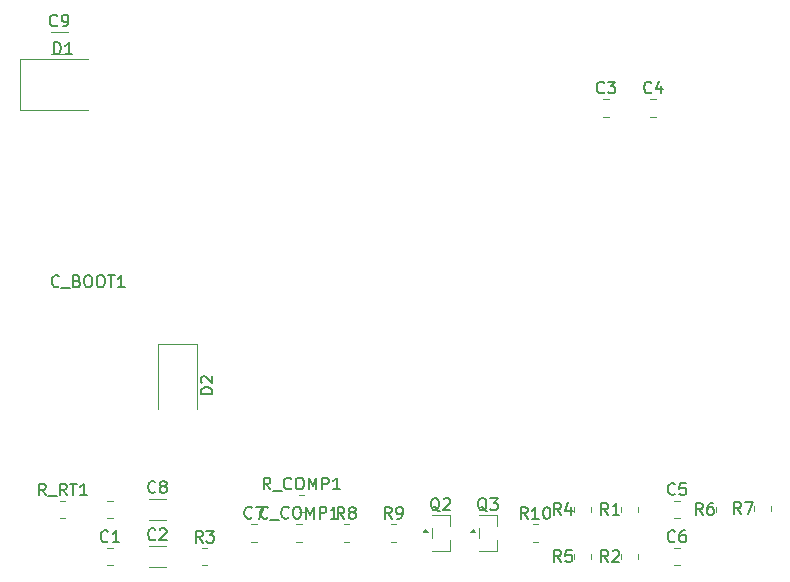
<source format=gbo>
%TF.GenerationSoftware,KiCad,Pcbnew,9.0.7*%
%TF.CreationDate,2026-02-04T17:23:19-06:00*%
%TF.ProjectId,power-hat,706f7765-722d-4686-9174-2e6b69636164,rev?*%
%TF.SameCoordinates,Original*%
%TF.FileFunction,Legend,Bot*%
%TF.FilePolarity,Positive*%
%FSLAX46Y46*%
G04 Gerber Fmt 4.6, Leading zero omitted, Abs format (unit mm)*
G04 Created by KiCad (PCBNEW 9.0.7) date 2026-02-04 17:23:19*
%MOMM*%
%LPD*%
G01*
G04 APERTURE LIST*
%ADD10C,0.150000*%
%ADD11C,0.120000*%
G04 APERTURE END LIST*
D10*
X112454819Y-92238094D02*
X111454819Y-92238094D01*
X111454819Y-92238094D02*
X111454819Y-91999999D01*
X111454819Y-91999999D02*
X111502438Y-91857142D01*
X111502438Y-91857142D02*
X111597676Y-91761904D01*
X111597676Y-91761904D02*
X111692914Y-91714285D01*
X111692914Y-91714285D02*
X111883390Y-91666666D01*
X111883390Y-91666666D02*
X112026247Y-91666666D01*
X112026247Y-91666666D02*
X112216723Y-91714285D01*
X112216723Y-91714285D02*
X112311961Y-91761904D01*
X112311961Y-91761904D02*
X112407200Y-91857142D01*
X112407200Y-91857142D02*
X112454819Y-91999999D01*
X112454819Y-91999999D02*
X112454819Y-92238094D01*
X111550057Y-91285713D02*
X111502438Y-91238094D01*
X111502438Y-91238094D02*
X111454819Y-91142856D01*
X111454819Y-91142856D02*
X111454819Y-90904761D01*
X111454819Y-90904761D02*
X111502438Y-90809523D01*
X111502438Y-90809523D02*
X111550057Y-90761904D01*
X111550057Y-90761904D02*
X111645295Y-90714285D01*
X111645295Y-90714285D02*
X111740533Y-90714285D01*
X111740533Y-90714285D02*
X111883390Y-90761904D01*
X111883390Y-90761904D02*
X112454819Y-91333332D01*
X112454819Y-91333332D02*
X112454819Y-90714285D01*
X145963333Y-106454819D02*
X145630000Y-105978628D01*
X145391905Y-106454819D02*
X145391905Y-105454819D01*
X145391905Y-105454819D02*
X145772857Y-105454819D01*
X145772857Y-105454819D02*
X145868095Y-105502438D01*
X145868095Y-105502438D02*
X145915714Y-105550057D01*
X145915714Y-105550057D02*
X145963333Y-105645295D01*
X145963333Y-105645295D02*
X145963333Y-105788152D01*
X145963333Y-105788152D02*
X145915714Y-105883390D01*
X145915714Y-105883390D02*
X145868095Y-105931009D01*
X145868095Y-105931009D02*
X145772857Y-105978628D01*
X145772857Y-105978628D02*
X145391905Y-105978628D01*
X146344286Y-105550057D02*
X146391905Y-105502438D01*
X146391905Y-105502438D02*
X146487143Y-105454819D01*
X146487143Y-105454819D02*
X146725238Y-105454819D01*
X146725238Y-105454819D02*
X146820476Y-105502438D01*
X146820476Y-105502438D02*
X146868095Y-105550057D01*
X146868095Y-105550057D02*
X146915714Y-105645295D01*
X146915714Y-105645295D02*
X146915714Y-105740533D01*
X146915714Y-105740533D02*
X146868095Y-105883390D01*
X146868095Y-105883390D02*
X146296667Y-106454819D01*
X146296667Y-106454819D02*
X146915714Y-106454819D01*
X111613333Y-104804819D02*
X111280000Y-104328628D01*
X111041905Y-104804819D02*
X111041905Y-103804819D01*
X111041905Y-103804819D02*
X111422857Y-103804819D01*
X111422857Y-103804819D02*
X111518095Y-103852438D01*
X111518095Y-103852438D02*
X111565714Y-103900057D01*
X111565714Y-103900057D02*
X111613333Y-103995295D01*
X111613333Y-103995295D02*
X111613333Y-104138152D01*
X111613333Y-104138152D02*
X111565714Y-104233390D01*
X111565714Y-104233390D02*
X111518095Y-104281009D01*
X111518095Y-104281009D02*
X111422857Y-104328628D01*
X111422857Y-104328628D02*
X111041905Y-104328628D01*
X111946667Y-103804819D02*
X112565714Y-103804819D01*
X112565714Y-103804819D02*
X112232381Y-104185771D01*
X112232381Y-104185771D02*
X112375238Y-104185771D01*
X112375238Y-104185771D02*
X112470476Y-104233390D01*
X112470476Y-104233390D02*
X112518095Y-104281009D01*
X112518095Y-104281009D02*
X112565714Y-104376247D01*
X112565714Y-104376247D02*
X112565714Y-104614342D01*
X112565714Y-104614342D02*
X112518095Y-104709580D01*
X112518095Y-104709580D02*
X112470476Y-104757200D01*
X112470476Y-104757200D02*
X112375238Y-104804819D01*
X112375238Y-104804819D02*
X112089524Y-104804819D01*
X112089524Y-104804819D02*
X111994286Y-104757200D01*
X111994286Y-104757200D02*
X111946667Y-104709580D01*
X103613333Y-104679580D02*
X103565714Y-104727200D01*
X103565714Y-104727200D02*
X103422857Y-104774819D01*
X103422857Y-104774819D02*
X103327619Y-104774819D01*
X103327619Y-104774819D02*
X103184762Y-104727200D01*
X103184762Y-104727200D02*
X103089524Y-104631961D01*
X103089524Y-104631961D02*
X103041905Y-104536723D01*
X103041905Y-104536723D02*
X102994286Y-104346247D01*
X102994286Y-104346247D02*
X102994286Y-104203390D01*
X102994286Y-104203390D02*
X103041905Y-104012914D01*
X103041905Y-104012914D02*
X103089524Y-103917676D01*
X103089524Y-103917676D02*
X103184762Y-103822438D01*
X103184762Y-103822438D02*
X103327619Y-103774819D01*
X103327619Y-103774819D02*
X103422857Y-103774819D01*
X103422857Y-103774819D02*
X103565714Y-103822438D01*
X103565714Y-103822438D02*
X103613333Y-103870057D01*
X104565714Y-104774819D02*
X103994286Y-104774819D01*
X104280000Y-104774819D02*
X104280000Y-103774819D01*
X104280000Y-103774819D02*
X104184762Y-103917676D01*
X104184762Y-103917676D02*
X104089524Y-104012914D01*
X104089524Y-104012914D02*
X103994286Y-104060533D01*
X99308333Y-61009580D02*
X99260714Y-61057200D01*
X99260714Y-61057200D02*
X99117857Y-61104819D01*
X99117857Y-61104819D02*
X99022619Y-61104819D01*
X99022619Y-61104819D02*
X98879762Y-61057200D01*
X98879762Y-61057200D02*
X98784524Y-60961961D01*
X98784524Y-60961961D02*
X98736905Y-60866723D01*
X98736905Y-60866723D02*
X98689286Y-60676247D01*
X98689286Y-60676247D02*
X98689286Y-60533390D01*
X98689286Y-60533390D02*
X98736905Y-60342914D01*
X98736905Y-60342914D02*
X98784524Y-60247676D01*
X98784524Y-60247676D02*
X98879762Y-60152438D01*
X98879762Y-60152438D02*
X99022619Y-60104819D01*
X99022619Y-60104819D02*
X99117857Y-60104819D01*
X99117857Y-60104819D02*
X99260714Y-60152438D01*
X99260714Y-60152438D02*
X99308333Y-60200057D01*
X99784524Y-61104819D02*
X99975000Y-61104819D01*
X99975000Y-61104819D02*
X100070238Y-61057200D01*
X100070238Y-61057200D02*
X100117857Y-61009580D01*
X100117857Y-61009580D02*
X100213095Y-60866723D01*
X100213095Y-60866723D02*
X100260714Y-60676247D01*
X100260714Y-60676247D02*
X100260714Y-60295295D01*
X100260714Y-60295295D02*
X100213095Y-60200057D01*
X100213095Y-60200057D02*
X100165476Y-60152438D01*
X100165476Y-60152438D02*
X100070238Y-60104819D01*
X100070238Y-60104819D02*
X99879762Y-60104819D01*
X99879762Y-60104819D02*
X99784524Y-60152438D01*
X99784524Y-60152438D02*
X99736905Y-60200057D01*
X99736905Y-60200057D02*
X99689286Y-60295295D01*
X99689286Y-60295295D02*
X99689286Y-60533390D01*
X99689286Y-60533390D02*
X99736905Y-60628628D01*
X99736905Y-60628628D02*
X99784524Y-60676247D01*
X99784524Y-60676247D02*
X99879762Y-60723866D01*
X99879762Y-60723866D02*
X100070238Y-60723866D01*
X100070238Y-60723866D02*
X100165476Y-60676247D01*
X100165476Y-60676247D02*
X100213095Y-60628628D01*
X100213095Y-60628628D02*
X100260714Y-60533390D01*
X149613333Y-66679580D02*
X149565714Y-66727200D01*
X149565714Y-66727200D02*
X149422857Y-66774819D01*
X149422857Y-66774819D02*
X149327619Y-66774819D01*
X149327619Y-66774819D02*
X149184762Y-66727200D01*
X149184762Y-66727200D02*
X149089524Y-66631961D01*
X149089524Y-66631961D02*
X149041905Y-66536723D01*
X149041905Y-66536723D02*
X148994286Y-66346247D01*
X148994286Y-66346247D02*
X148994286Y-66203390D01*
X148994286Y-66203390D02*
X149041905Y-66012914D01*
X149041905Y-66012914D02*
X149089524Y-65917676D01*
X149089524Y-65917676D02*
X149184762Y-65822438D01*
X149184762Y-65822438D02*
X149327619Y-65774819D01*
X149327619Y-65774819D02*
X149422857Y-65774819D01*
X149422857Y-65774819D02*
X149565714Y-65822438D01*
X149565714Y-65822438D02*
X149613333Y-65870057D01*
X150470476Y-66108152D02*
X150470476Y-66774819D01*
X150232381Y-65727200D02*
X149994286Y-66441485D01*
X149994286Y-66441485D02*
X150613333Y-66441485D01*
X99461309Y-83084580D02*
X99413690Y-83132200D01*
X99413690Y-83132200D02*
X99270833Y-83179819D01*
X99270833Y-83179819D02*
X99175595Y-83179819D01*
X99175595Y-83179819D02*
X99032738Y-83132200D01*
X99032738Y-83132200D02*
X98937500Y-83036961D01*
X98937500Y-83036961D02*
X98889881Y-82941723D01*
X98889881Y-82941723D02*
X98842262Y-82751247D01*
X98842262Y-82751247D02*
X98842262Y-82608390D01*
X98842262Y-82608390D02*
X98889881Y-82417914D01*
X98889881Y-82417914D02*
X98937500Y-82322676D01*
X98937500Y-82322676D02*
X99032738Y-82227438D01*
X99032738Y-82227438D02*
X99175595Y-82179819D01*
X99175595Y-82179819D02*
X99270833Y-82179819D01*
X99270833Y-82179819D02*
X99413690Y-82227438D01*
X99413690Y-82227438D02*
X99461309Y-82275057D01*
X99651786Y-83275057D02*
X100413690Y-83275057D01*
X100985119Y-82656009D02*
X101127976Y-82703628D01*
X101127976Y-82703628D02*
X101175595Y-82751247D01*
X101175595Y-82751247D02*
X101223214Y-82846485D01*
X101223214Y-82846485D02*
X101223214Y-82989342D01*
X101223214Y-82989342D02*
X101175595Y-83084580D01*
X101175595Y-83084580D02*
X101127976Y-83132200D01*
X101127976Y-83132200D02*
X101032738Y-83179819D01*
X101032738Y-83179819D02*
X100651786Y-83179819D01*
X100651786Y-83179819D02*
X100651786Y-82179819D01*
X100651786Y-82179819D02*
X100985119Y-82179819D01*
X100985119Y-82179819D02*
X101080357Y-82227438D01*
X101080357Y-82227438D02*
X101127976Y-82275057D01*
X101127976Y-82275057D02*
X101175595Y-82370295D01*
X101175595Y-82370295D02*
X101175595Y-82465533D01*
X101175595Y-82465533D02*
X101127976Y-82560771D01*
X101127976Y-82560771D02*
X101080357Y-82608390D01*
X101080357Y-82608390D02*
X100985119Y-82656009D01*
X100985119Y-82656009D02*
X100651786Y-82656009D01*
X101842262Y-82179819D02*
X102032738Y-82179819D01*
X102032738Y-82179819D02*
X102127976Y-82227438D01*
X102127976Y-82227438D02*
X102223214Y-82322676D01*
X102223214Y-82322676D02*
X102270833Y-82513152D01*
X102270833Y-82513152D02*
X102270833Y-82846485D01*
X102270833Y-82846485D02*
X102223214Y-83036961D01*
X102223214Y-83036961D02*
X102127976Y-83132200D01*
X102127976Y-83132200D02*
X102032738Y-83179819D01*
X102032738Y-83179819D02*
X101842262Y-83179819D01*
X101842262Y-83179819D02*
X101747024Y-83132200D01*
X101747024Y-83132200D02*
X101651786Y-83036961D01*
X101651786Y-83036961D02*
X101604167Y-82846485D01*
X101604167Y-82846485D02*
X101604167Y-82513152D01*
X101604167Y-82513152D02*
X101651786Y-82322676D01*
X101651786Y-82322676D02*
X101747024Y-82227438D01*
X101747024Y-82227438D02*
X101842262Y-82179819D01*
X102889881Y-82179819D02*
X103080357Y-82179819D01*
X103080357Y-82179819D02*
X103175595Y-82227438D01*
X103175595Y-82227438D02*
X103270833Y-82322676D01*
X103270833Y-82322676D02*
X103318452Y-82513152D01*
X103318452Y-82513152D02*
X103318452Y-82846485D01*
X103318452Y-82846485D02*
X103270833Y-83036961D01*
X103270833Y-83036961D02*
X103175595Y-83132200D01*
X103175595Y-83132200D02*
X103080357Y-83179819D01*
X103080357Y-83179819D02*
X102889881Y-83179819D01*
X102889881Y-83179819D02*
X102794643Y-83132200D01*
X102794643Y-83132200D02*
X102699405Y-83036961D01*
X102699405Y-83036961D02*
X102651786Y-82846485D01*
X102651786Y-82846485D02*
X102651786Y-82513152D01*
X102651786Y-82513152D02*
X102699405Y-82322676D01*
X102699405Y-82322676D02*
X102794643Y-82227438D01*
X102794643Y-82227438D02*
X102889881Y-82179819D01*
X103604167Y-82179819D02*
X104175595Y-82179819D01*
X103889881Y-83179819D02*
X103889881Y-82179819D01*
X105032738Y-83179819D02*
X104461310Y-83179819D01*
X104747024Y-83179819D02*
X104747024Y-82179819D01*
X104747024Y-82179819D02*
X104651786Y-82322676D01*
X104651786Y-82322676D02*
X104556548Y-82417914D01*
X104556548Y-82417914D02*
X104461310Y-82465533D01*
X145963333Y-102454819D02*
X145630000Y-101978628D01*
X145391905Y-102454819D02*
X145391905Y-101454819D01*
X145391905Y-101454819D02*
X145772857Y-101454819D01*
X145772857Y-101454819D02*
X145868095Y-101502438D01*
X145868095Y-101502438D02*
X145915714Y-101550057D01*
X145915714Y-101550057D02*
X145963333Y-101645295D01*
X145963333Y-101645295D02*
X145963333Y-101788152D01*
X145963333Y-101788152D02*
X145915714Y-101883390D01*
X145915714Y-101883390D02*
X145868095Y-101931009D01*
X145868095Y-101931009D02*
X145772857Y-101978628D01*
X145772857Y-101978628D02*
X145391905Y-101978628D01*
X146915714Y-102454819D02*
X146344286Y-102454819D01*
X146630000Y-102454819D02*
X146630000Y-101454819D01*
X146630000Y-101454819D02*
X146534762Y-101597676D01*
X146534762Y-101597676D02*
X146439524Y-101692914D01*
X146439524Y-101692914D02*
X146344286Y-101740533D01*
X99041905Y-63454819D02*
X99041905Y-62454819D01*
X99041905Y-62454819D02*
X99280000Y-62454819D01*
X99280000Y-62454819D02*
X99422857Y-62502438D01*
X99422857Y-62502438D02*
X99518095Y-62597676D01*
X99518095Y-62597676D02*
X99565714Y-62692914D01*
X99565714Y-62692914D02*
X99613333Y-62883390D01*
X99613333Y-62883390D02*
X99613333Y-63026247D01*
X99613333Y-63026247D02*
X99565714Y-63216723D01*
X99565714Y-63216723D02*
X99518095Y-63311961D01*
X99518095Y-63311961D02*
X99422857Y-63407200D01*
X99422857Y-63407200D02*
X99280000Y-63454819D01*
X99280000Y-63454819D02*
X99041905Y-63454819D01*
X100565714Y-63454819D02*
X99994286Y-63454819D01*
X100280000Y-63454819D02*
X100280000Y-62454819D01*
X100280000Y-62454819D02*
X100184762Y-62597676D01*
X100184762Y-62597676D02*
X100089524Y-62692914D01*
X100089524Y-62692914D02*
X99994286Y-62740533D01*
X141963333Y-106454819D02*
X141630000Y-105978628D01*
X141391905Y-106454819D02*
X141391905Y-105454819D01*
X141391905Y-105454819D02*
X141772857Y-105454819D01*
X141772857Y-105454819D02*
X141868095Y-105502438D01*
X141868095Y-105502438D02*
X141915714Y-105550057D01*
X141915714Y-105550057D02*
X141963333Y-105645295D01*
X141963333Y-105645295D02*
X141963333Y-105788152D01*
X141963333Y-105788152D02*
X141915714Y-105883390D01*
X141915714Y-105883390D02*
X141868095Y-105931009D01*
X141868095Y-105931009D02*
X141772857Y-105978628D01*
X141772857Y-105978628D02*
X141391905Y-105978628D01*
X142868095Y-105454819D02*
X142391905Y-105454819D01*
X142391905Y-105454819D02*
X142344286Y-105931009D01*
X142344286Y-105931009D02*
X142391905Y-105883390D01*
X142391905Y-105883390D02*
X142487143Y-105835771D01*
X142487143Y-105835771D02*
X142725238Y-105835771D01*
X142725238Y-105835771D02*
X142820476Y-105883390D01*
X142820476Y-105883390D02*
X142868095Y-105931009D01*
X142868095Y-105931009D02*
X142915714Y-106026247D01*
X142915714Y-106026247D02*
X142915714Y-106264342D01*
X142915714Y-106264342D02*
X142868095Y-106359580D01*
X142868095Y-106359580D02*
X142820476Y-106407200D01*
X142820476Y-106407200D02*
X142725238Y-106454819D01*
X142725238Y-106454819D02*
X142487143Y-106454819D01*
X142487143Y-106454819D02*
X142391905Y-106407200D01*
X142391905Y-106407200D02*
X142344286Y-106359580D01*
X151613333Y-100679580D02*
X151565714Y-100727200D01*
X151565714Y-100727200D02*
X151422857Y-100774819D01*
X151422857Y-100774819D02*
X151327619Y-100774819D01*
X151327619Y-100774819D02*
X151184762Y-100727200D01*
X151184762Y-100727200D02*
X151089524Y-100631961D01*
X151089524Y-100631961D02*
X151041905Y-100536723D01*
X151041905Y-100536723D02*
X150994286Y-100346247D01*
X150994286Y-100346247D02*
X150994286Y-100203390D01*
X150994286Y-100203390D02*
X151041905Y-100012914D01*
X151041905Y-100012914D02*
X151089524Y-99917676D01*
X151089524Y-99917676D02*
X151184762Y-99822438D01*
X151184762Y-99822438D02*
X151327619Y-99774819D01*
X151327619Y-99774819D02*
X151422857Y-99774819D01*
X151422857Y-99774819D02*
X151565714Y-99822438D01*
X151565714Y-99822438D02*
X151613333Y-99870057D01*
X152518095Y-99774819D02*
X152041905Y-99774819D01*
X152041905Y-99774819D02*
X151994286Y-100251009D01*
X151994286Y-100251009D02*
X152041905Y-100203390D01*
X152041905Y-100203390D02*
X152137143Y-100155771D01*
X152137143Y-100155771D02*
X152375238Y-100155771D01*
X152375238Y-100155771D02*
X152470476Y-100203390D01*
X152470476Y-100203390D02*
X152518095Y-100251009D01*
X152518095Y-100251009D02*
X152565714Y-100346247D01*
X152565714Y-100346247D02*
X152565714Y-100584342D01*
X152565714Y-100584342D02*
X152518095Y-100679580D01*
X152518095Y-100679580D02*
X152470476Y-100727200D01*
X152470476Y-100727200D02*
X152375238Y-100774819D01*
X152375238Y-100774819D02*
X152137143Y-100774819D01*
X152137143Y-100774819D02*
X152041905Y-100727200D01*
X152041905Y-100727200D02*
X151994286Y-100679580D01*
X107613333Y-104509580D02*
X107565714Y-104557200D01*
X107565714Y-104557200D02*
X107422857Y-104604819D01*
X107422857Y-104604819D02*
X107327619Y-104604819D01*
X107327619Y-104604819D02*
X107184762Y-104557200D01*
X107184762Y-104557200D02*
X107089524Y-104461961D01*
X107089524Y-104461961D02*
X107041905Y-104366723D01*
X107041905Y-104366723D02*
X106994286Y-104176247D01*
X106994286Y-104176247D02*
X106994286Y-104033390D01*
X106994286Y-104033390D02*
X107041905Y-103842914D01*
X107041905Y-103842914D02*
X107089524Y-103747676D01*
X107089524Y-103747676D02*
X107184762Y-103652438D01*
X107184762Y-103652438D02*
X107327619Y-103604819D01*
X107327619Y-103604819D02*
X107422857Y-103604819D01*
X107422857Y-103604819D02*
X107565714Y-103652438D01*
X107565714Y-103652438D02*
X107613333Y-103700057D01*
X107994286Y-103700057D02*
X108041905Y-103652438D01*
X108041905Y-103652438D02*
X108137143Y-103604819D01*
X108137143Y-103604819D02*
X108375238Y-103604819D01*
X108375238Y-103604819D02*
X108470476Y-103652438D01*
X108470476Y-103652438D02*
X108518095Y-103700057D01*
X108518095Y-103700057D02*
X108565714Y-103795295D01*
X108565714Y-103795295D02*
X108565714Y-103890533D01*
X108565714Y-103890533D02*
X108518095Y-104033390D01*
X108518095Y-104033390D02*
X107946667Y-104604819D01*
X107946667Y-104604819D02*
X108565714Y-104604819D01*
X157183333Y-102367319D02*
X156850000Y-101891128D01*
X156611905Y-102367319D02*
X156611905Y-101367319D01*
X156611905Y-101367319D02*
X156992857Y-101367319D01*
X156992857Y-101367319D02*
X157088095Y-101414938D01*
X157088095Y-101414938D02*
X157135714Y-101462557D01*
X157135714Y-101462557D02*
X157183333Y-101557795D01*
X157183333Y-101557795D02*
X157183333Y-101700652D01*
X157183333Y-101700652D02*
X157135714Y-101795890D01*
X157135714Y-101795890D02*
X157088095Y-101843509D01*
X157088095Y-101843509D02*
X156992857Y-101891128D01*
X156992857Y-101891128D02*
X156611905Y-101891128D01*
X157516667Y-101367319D02*
X158183333Y-101367319D01*
X158183333Y-101367319D02*
X157754762Y-102367319D01*
X127613333Y-102804819D02*
X127280000Y-102328628D01*
X127041905Y-102804819D02*
X127041905Y-101804819D01*
X127041905Y-101804819D02*
X127422857Y-101804819D01*
X127422857Y-101804819D02*
X127518095Y-101852438D01*
X127518095Y-101852438D02*
X127565714Y-101900057D01*
X127565714Y-101900057D02*
X127613333Y-101995295D01*
X127613333Y-101995295D02*
X127613333Y-102138152D01*
X127613333Y-102138152D02*
X127565714Y-102233390D01*
X127565714Y-102233390D02*
X127518095Y-102281009D01*
X127518095Y-102281009D02*
X127422857Y-102328628D01*
X127422857Y-102328628D02*
X127041905Y-102328628D01*
X128089524Y-102804819D02*
X128280000Y-102804819D01*
X128280000Y-102804819D02*
X128375238Y-102757200D01*
X128375238Y-102757200D02*
X128422857Y-102709580D01*
X128422857Y-102709580D02*
X128518095Y-102566723D01*
X128518095Y-102566723D02*
X128565714Y-102376247D01*
X128565714Y-102376247D02*
X128565714Y-101995295D01*
X128565714Y-101995295D02*
X128518095Y-101900057D01*
X128518095Y-101900057D02*
X128470476Y-101852438D01*
X128470476Y-101852438D02*
X128375238Y-101804819D01*
X128375238Y-101804819D02*
X128184762Y-101804819D01*
X128184762Y-101804819D02*
X128089524Y-101852438D01*
X128089524Y-101852438D02*
X128041905Y-101900057D01*
X128041905Y-101900057D02*
X127994286Y-101995295D01*
X127994286Y-101995295D02*
X127994286Y-102233390D01*
X127994286Y-102233390D02*
X128041905Y-102328628D01*
X128041905Y-102328628D02*
X128089524Y-102376247D01*
X128089524Y-102376247D02*
X128184762Y-102423866D01*
X128184762Y-102423866D02*
X128375238Y-102423866D01*
X128375238Y-102423866D02*
X128470476Y-102376247D01*
X128470476Y-102376247D02*
X128518095Y-102328628D01*
X128518095Y-102328628D02*
X128565714Y-102233390D01*
X135684761Y-102150057D02*
X135589523Y-102102438D01*
X135589523Y-102102438D02*
X135494285Y-102007200D01*
X135494285Y-102007200D02*
X135351428Y-101864342D01*
X135351428Y-101864342D02*
X135256190Y-101816723D01*
X135256190Y-101816723D02*
X135160952Y-101816723D01*
X135208571Y-102054819D02*
X135113333Y-102007200D01*
X135113333Y-102007200D02*
X135018095Y-101911961D01*
X135018095Y-101911961D02*
X134970476Y-101721485D01*
X134970476Y-101721485D02*
X134970476Y-101388152D01*
X134970476Y-101388152D02*
X135018095Y-101197676D01*
X135018095Y-101197676D02*
X135113333Y-101102438D01*
X135113333Y-101102438D02*
X135208571Y-101054819D01*
X135208571Y-101054819D02*
X135399047Y-101054819D01*
X135399047Y-101054819D02*
X135494285Y-101102438D01*
X135494285Y-101102438D02*
X135589523Y-101197676D01*
X135589523Y-101197676D02*
X135637142Y-101388152D01*
X135637142Y-101388152D02*
X135637142Y-101721485D01*
X135637142Y-101721485D02*
X135589523Y-101911961D01*
X135589523Y-101911961D02*
X135494285Y-102007200D01*
X135494285Y-102007200D02*
X135399047Y-102054819D01*
X135399047Y-102054819D02*
X135208571Y-102054819D01*
X135970476Y-101054819D02*
X136589523Y-101054819D01*
X136589523Y-101054819D02*
X136256190Y-101435771D01*
X136256190Y-101435771D02*
X136399047Y-101435771D01*
X136399047Y-101435771D02*
X136494285Y-101483390D01*
X136494285Y-101483390D02*
X136541904Y-101531009D01*
X136541904Y-101531009D02*
X136589523Y-101626247D01*
X136589523Y-101626247D02*
X136589523Y-101864342D01*
X136589523Y-101864342D02*
X136541904Y-101959580D01*
X136541904Y-101959580D02*
X136494285Y-102007200D01*
X136494285Y-102007200D02*
X136399047Y-102054819D01*
X136399047Y-102054819D02*
X136113333Y-102054819D01*
X136113333Y-102054819D02*
X136018095Y-102007200D01*
X136018095Y-102007200D02*
X135970476Y-101959580D01*
X139137142Y-102804819D02*
X138803809Y-102328628D01*
X138565714Y-102804819D02*
X138565714Y-101804819D01*
X138565714Y-101804819D02*
X138946666Y-101804819D01*
X138946666Y-101804819D02*
X139041904Y-101852438D01*
X139041904Y-101852438D02*
X139089523Y-101900057D01*
X139089523Y-101900057D02*
X139137142Y-101995295D01*
X139137142Y-101995295D02*
X139137142Y-102138152D01*
X139137142Y-102138152D02*
X139089523Y-102233390D01*
X139089523Y-102233390D02*
X139041904Y-102281009D01*
X139041904Y-102281009D02*
X138946666Y-102328628D01*
X138946666Y-102328628D02*
X138565714Y-102328628D01*
X140089523Y-102804819D02*
X139518095Y-102804819D01*
X139803809Y-102804819D02*
X139803809Y-101804819D01*
X139803809Y-101804819D02*
X139708571Y-101947676D01*
X139708571Y-101947676D02*
X139613333Y-102042914D01*
X139613333Y-102042914D02*
X139518095Y-102090533D01*
X140708571Y-101804819D02*
X140803809Y-101804819D01*
X140803809Y-101804819D02*
X140899047Y-101852438D01*
X140899047Y-101852438D02*
X140946666Y-101900057D01*
X140946666Y-101900057D02*
X140994285Y-101995295D01*
X140994285Y-101995295D02*
X141041904Y-102185771D01*
X141041904Y-102185771D02*
X141041904Y-102423866D01*
X141041904Y-102423866D02*
X140994285Y-102614342D01*
X140994285Y-102614342D02*
X140946666Y-102709580D01*
X140946666Y-102709580D02*
X140899047Y-102757200D01*
X140899047Y-102757200D02*
X140803809Y-102804819D01*
X140803809Y-102804819D02*
X140708571Y-102804819D01*
X140708571Y-102804819D02*
X140613333Y-102757200D01*
X140613333Y-102757200D02*
X140565714Y-102709580D01*
X140565714Y-102709580D02*
X140518095Y-102614342D01*
X140518095Y-102614342D02*
X140470476Y-102423866D01*
X140470476Y-102423866D02*
X140470476Y-102185771D01*
X140470476Y-102185771D02*
X140518095Y-101995295D01*
X140518095Y-101995295D02*
X140565714Y-101900057D01*
X140565714Y-101900057D02*
X140613333Y-101852438D01*
X140613333Y-101852438D02*
X140708571Y-101804819D01*
X98351428Y-100804819D02*
X98018095Y-100328628D01*
X97780000Y-100804819D02*
X97780000Y-99804819D01*
X97780000Y-99804819D02*
X98160952Y-99804819D01*
X98160952Y-99804819D02*
X98256190Y-99852438D01*
X98256190Y-99852438D02*
X98303809Y-99900057D01*
X98303809Y-99900057D02*
X98351428Y-99995295D01*
X98351428Y-99995295D02*
X98351428Y-100138152D01*
X98351428Y-100138152D02*
X98303809Y-100233390D01*
X98303809Y-100233390D02*
X98256190Y-100281009D01*
X98256190Y-100281009D02*
X98160952Y-100328628D01*
X98160952Y-100328628D02*
X97780000Y-100328628D01*
X98541905Y-100900057D02*
X99303809Y-100900057D01*
X100113333Y-100804819D02*
X99780000Y-100328628D01*
X99541905Y-100804819D02*
X99541905Y-99804819D01*
X99541905Y-99804819D02*
X99922857Y-99804819D01*
X99922857Y-99804819D02*
X100018095Y-99852438D01*
X100018095Y-99852438D02*
X100065714Y-99900057D01*
X100065714Y-99900057D02*
X100113333Y-99995295D01*
X100113333Y-99995295D02*
X100113333Y-100138152D01*
X100113333Y-100138152D02*
X100065714Y-100233390D01*
X100065714Y-100233390D02*
X100018095Y-100281009D01*
X100018095Y-100281009D02*
X99922857Y-100328628D01*
X99922857Y-100328628D02*
X99541905Y-100328628D01*
X100399048Y-99804819D02*
X100970476Y-99804819D01*
X100684762Y-100804819D02*
X100684762Y-99804819D01*
X101827619Y-100804819D02*
X101256191Y-100804819D01*
X101541905Y-100804819D02*
X101541905Y-99804819D01*
X101541905Y-99804819D02*
X101446667Y-99947676D01*
X101446667Y-99947676D02*
X101351429Y-100042914D01*
X101351429Y-100042914D02*
X101256191Y-100090533D01*
X145613333Y-66679580D02*
X145565714Y-66727200D01*
X145565714Y-66727200D02*
X145422857Y-66774819D01*
X145422857Y-66774819D02*
X145327619Y-66774819D01*
X145327619Y-66774819D02*
X145184762Y-66727200D01*
X145184762Y-66727200D02*
X145089524Y-66631961D01*
X145089524Y-66631961D02*
X145041905Y-66536723D01*
X145041905Y-66536723D02*
X144994286Y-66346247D01*
X144994286Y-66346247D02*
X144994286Y-66203390D01*
X144994286Y-66203390D02*
X145041905Y-66012914D01*
X145041905Y-66012914D02*
X145089524Y-65917676D01*
X145089524Y-65917676D02*
X145184762Y-65822438D01*
X145184762Y-65822438D02*
X145327619Y-65774819D01*
X145327619Y-65774819D02*
X145422857Y-65774819D01*
X145422857Y-65774819D02*
X145565714Y-65822438D01*
X145565714Y-65822438D02*
X145613333Y-65870057D01*
X145946667Y-65774819D02*
X146565714Y-65774819D01*
X146565714Y-65774819D02*
X146232381Y-66155771D01*
X146232381Y-66155771D02*
X146375238Y-66155771D01*
X146375238Y-66155771D02*
X146470476Y-66203390D01*
X146470476Y-66203390D02*
X146518095Y-66251009D01*
X146518095Y-66251009D02*
X146565714Y-66346247D01*
X146565714Y-66346247D02*
X146565714Y-66584342D01*
X146565714Y-66584342D02*
X146518095Y-66679580D01*
X146518095Y-66679580D02*
X146470476Y-66727200D01*
X146470476Y-66727200D02*
X146375238Y-66774819D01*
X146375238Y-66774819D02*
X146089524Y-66774819D01*
X146089524Y-66774819D02*
X145994286Y-66727200D01*
X145994286Y-66727200D02*
X145946667Y-66679580D01*
X153963333Y-102454819D02*
X153630000Y-101978628D01*
X153391905Y-102454819D02*
X153391905Y-101454819D01*
X153391905Y-101454819D02*
X153772857Y-101454819D01*
X153772857Y-101454819D02*
X153868095Y-101502438D01*
X153868095Y-101502438D02*
X153915714Y-101550057D01*
X153915714Y-101550057D02*
X153963333Y-101645295D01*
X153963333Y-101645295D02*
X153963333Y-101788152D01*
X153963333Y-101788152D02*
X153915714Y-101883390D01*
X153915714Y-101883390D02*
X153868095Y-101931009D01*
X153868095Y-101931009D02*
X153772857Y-101978628D01*
X153772857Y-101978628D02*
X153391905Y-101978628D01*
X154820476Y-101454819D02*
X154630000Y-101454819D01*
X154630000Y-101454819D02*
X154534762Y-101502438D01*
X154534762Y-101502438D02*
X154487143Y-101550057D01*
X154487143Y-101550057D02*
X154391905Y-101692914D01*
X154391905Y-101692914D02*
X154344286Y-101883390D01*
X154344286Y-101883390D02*
X154344286Y-102264342D01*
X154344286Y-102264342D02*
X154391905Y-102359580D01*
X154391905Y-102359580D02*
X154439524Y-102407200D01*
X154439524Y-102407200D02*
X154534762Y-102454819D01*
X154534762Y-102454819D02*
X154725238Y-102454819D01*
X154725238Y-102454819D02*
X154820476Y-102407200D01*
X154820476Y-102407200D02*
X154868095Y-102359580D01*
X154868095Y-102359580D02*
X154915714Y-102264342D01*
X154915714Y-102264342D02*
X154915714Y-102026247D01*
X154915714Y-102026247D02*
X154868095Y-101931009D01*
X154868095Y-101931009D02*
X154820476Y-101883390D01*
X154820476Y-101883390D02*
X154725238Y-101835771D01*
X154725238Y-101835771D02*
X154534762Y-101835771D01*
X154534762Y-101835771D02*
X154439524Y-101883390D01*
X154439524Y-101883390D02*
X154391905Y-101931009D01*
X154391905Y-101931009D02*
X154344286Y-102026247D01*
X141963333Y-102454819D02*
X141630000Y-101978628D01*
X141391905Y-102454819D02*
X141391905Y-101454819D01*
X141391905Y-101454819D02*
X141772857Y-101454819D01*
X141772857Y-101454819D02*
X141868095Y-101502438D01*
X141868095Y-101502438D02*
X141915714Y-101550057D01*
X141915714Y-101550057D02*
X141963333Y-101645295D01*
X141963333Y-101645295D02*
X141963333Y-101788152D01*
X141963333Y-101788152D02*
X141915714Y-101883390D01*
X141915714Y-101883390D02*
X141868095Y-101931009D01*
X141868095Y-101931009D02*
X141772857Y-101978628D01*
X141772857Y-101978628D02*
X141391905Y-101978628D01*
X142820476Y-101788152D02*
X142820476Y-102454819D01*
X142582381Y-101407200D02*
X142344286Y-102121485D01*
X142344286Y-102121485D02*
X142963333Y-102121485D01*
X107613333Y-100509580D02*
X107565714Y-100557200D01*
X107565714Y-100557200D02*
X107422857Y-100604819D01*
X107422857Y-100604819D02*
X107327619Y-100604819D01*
X107327619Y-100604819D02*
X107184762Y-100557200D01*
X107184762Y-100557200D02*
X107089524Y-100461961D01*
X107089524Y-100461961D02*
X107041905Y-100366723D01*
X107041905Y-100366723D02*
X106994286Y-100176247D01*
X106994286Y-100176247D02*
X106994286Y-100033390D01*
X106994286Y-100033390D02*
X107041905Y-99842914D01*
X107041905Y-99842914D02*
X107089524Y-99747676D01*
X107089524Y-99747676D02*
X107184762Y-99652438D01*
X107184762Y-99652438D02*
X107327619Y-99604819D01*
X107327619Y-99604819D02*
X107422857Y-99604819D01*
X107422857Y-99604819D02*
X107565714Y-99652438D01*
X107565714Y-99652438D02*
X107613333Y-99700057D01*
X108184762Y-100033390D02*
X108089524Y-99985771D01*
X108089524Y-99985771D02*
X108041905Y-99938152D01*
X108041905Y-99938152D02*
X107994286Y-99842914D01*
X107994286Y-99842914D02*
X107994286Y-99795295D01*
X107994286Y-99795295D02*
X108041905Y-99700057D01*
X108041905Y-99700057D02*
X108089524Y-99652438D01*
X108089524Y-99652438D02*
X108184762Y-99604819D01*
X108184762Y-99604819D02*
X108375238Y-99604819D01*
X108375238Y-99604819D02*
X108470476Y-99652438D01*
X108470476Y-99652438D02*
X108518095Y-99700057D01*
X108518095Y-99700057D02*
X108565714Y-99795295D01*
X108565714Y-99795295D02*
X108565714Y-99842914D01*
X108565714Y-99842914D02*
X108518095Y-99938152D01*
X108518095Y-99938152D02*
X108470476Y-99985771D01*
X108470476Y-99985771D02*
X108375238Y-100033390D01*
X108375238Y-100033390D02*
X108184762Y-100033390D01*
X108184762Y-100033390D02*
X108089524Y-100081009D01*
X108089524Y-100081009D02*
X108041905Y-100128628D01*
X108041905Y-100128628D02*
X107994286Y-100223866D01*
X107994286Y-100223866D02*
X107994286Y-100414342D01*
X107994286Y-100414342D02*
X108041905Y-100509580D01*
X108041905Y-100509580D02*
X108089524Y-100557200D01*
X108089524Y-100557200D02*
X108184762Y-100604819D01*
X108184762Y-100604819D02*
X108375238Y-100604819D01*
X108375238Y-100604819D02*
X108470476Y-100557200D01*
X108470476Y-100557200D02*
X108518095Y-100509580D01*
X108518095Y-100509580D02*
X108565714Y-100414342D01*
X108565714Y-100414342D02*
X108565714Y-100223866D01*
X108565714Y-100223866D02*
X108518095Y-100128628D01*
X108518095Y-100128628D02*
X108470476Y-100081009D01*
X108470476Y-100081009D02*
X108375238Y-100033390D01*
X131684761Y-102150057D02*
X131589523Y-102102438D01*
X131589523Y-102102438D02*
X131494285Y-102007200D01*
X131494285Y-102007200D02*
X131351428Y-101864342D01*
X131351428Y-101864342D02*
X131256190Y-101816723D01*
X131256190Y-101816723D02*
X131160952Y-101816723D01*
X131208571Y-102054819D02*
X131113333Y-102007200D01*
X131113333Y-102007200D02*
X131018095Y-101911961D01*
X131018095Y-101911961D02*
X130970476Y-101721485D01*
X130970476Y-101721485D02*
X130970476Y-101388152D01*
X130970476Y-101388152D02*
X131018095Y-101197676D01*
X131018095Y-101197676D02*
X131113333Y-101102438D01*
X131113333Y-101102438D02*
X131208571Y-101054819D01*
X131208571Y-101054819D02*
X131399047Y-101054819D01*
X131399047Y-101054819D02*
X131494285Y-101102438D01*
X131494285Y-101102438D02*
X131589523Y-101197676D01*
X131589523Y-101197676D02*
X131637142Y-101388152D01*
X131637142Y-101388152D02*
X131637142Y-101721485D01*
X131637142Y-101721485D02*
X131589523Y-101911961D01*
X131589523Y-101911961D02*
X131494285Y-102007200D01*
X131494285Y-102007200D02*
X131399047Y-102054819D01*
X131399047Y-102054819D02*
X131208571Y-102054819D01*
X132018095Y-101150057D02*
X132065714Y-101102438D01*
X132065714Y-101102438D02*
X132160952Y-101054819D01*
X132160952Y-101054819D02*
X132399047Y-101054819D01*
X132399047Y-101054819D02*
X132494285Y-101102438D01*
X132494285Y-101102438D02*
X132541904Y-101150057D01*
X132541904Y-101150057D02*
X132589523Y-101245295D01*
X132589523Y-101245295D02*
X132589523Y-101340533D01*
X132589523Y-101340533D02*
X132541904Y-101483390D01*
X132541904Y-101483390D02*
X131970476Y-102054819D01*
X131970476Y-102054819D02*
X132589523Y-102054819D01*
X151613333Y-104679580D02*
X151565714Y-104727200D01*
X151565714Y-104727200D02*
X151422857Y-104774819D01*
X151422857Y-104774819D02*
X151327619Y-104774819D01*
X151327619Y-104774819D02*
X151184762Y-104727200D01*
X151184762Y-104727200D02*
X151089524Y-104631961D01*
X151089524Y-104631961D02*
X151041905Y-104536723D01*
X151041905Y-104536723D02*
X150994286Y-104346247D01*
X150994286Y-104346247D02*
X150994286Y-104203390D01*
X150994286Y-104203390D02*
X151041905Y-104012914D01*
X151041905Y-104012914D02*
X151089524Y-103917676D01*
X151089524Y-103917676D02*
X151184762Y-103822438D01*
X151184762Y-103822438D02*
X151327619Y-103774819D01*
X151327619Y-103774819D02*
X151422857Y-103774819D01*
X151422857Y-103774819D02*
X151565714Y-103822438D01*
X151565714Y-103822438D02*
X151613333Y-103870057D01*
X152470476Y-103774819D02*
X152280000Y-103774819D01*
X152280000Y-103774819D02*
X152184762Y-103822438D01*
X152184762Y-103822438D02*
X152137143Y-103870057D01*
X152137143Y-103870057D02*
X152041905Y-104012914D01*
X152041905Y-104012914D02*
X151994286Y-104203390D01*
X151994286Y-104203390D02*
X151994286Y-104584342D01*
X151994286Y-104584342D02*
X152041905Y-104679580D01*
X152041905Y-104679580D02*
X152089524Y-104727200D01*
X152089524Y-104727200D02*
X152184762Y-104774819D01*
X152184762Y-104774819D02*
X152375238Y-104774819D01*
X152375238Y-104774819D02*
X152470476Y-104727200D01*
X152470476Y-104727200D02*
X152518095Y-104679580D01*
X152518095Y-104679580D02*
X152565714Y-104584342D01*
X152565714Y-104584342D02*
X152565714Y-104346247D01*
X152565714Y-104346247D02*
X152518095Y-104251009D01*
X152518095Y-104251009D02*
X152470476Y-104203390D01*
X152470476Y-104203390D02*
X152375238Y-104155771D01*
X152375238Y-104155771D02*
X152184762Y-104155771D01*
X152184762Y-104155771D02*
X152089524Y-104203390D01*
X152089524Y-104203390D02*
X152041905Y-104251009D01*
X152041905Y-104251009D02*
X151994286Y-104346247D01*
X115783333Y-102679580D02*
X115735714Y-102727200D01*
X115735714Y-102727200D02*
X115592857Y-102774819D01*
X115592857Y-102774819D02*
X115497619Y-102774819D01*
X115497619Y-102774819D02*
X115354762Y-102727200D01*
X115354762Y-102727200D02*
X115259524Y-102631961D01*
X115259524Y-102631961D02*
X115211905Y-102536723D01*
X115211905Y-102536723D02*
X115164286Y-102346247D01*
X115164286Y-102346247D02*
X115164286Y-102203390D01*
X115164286Y-102203390D02*
X115211905Y-102012914D01*
X115211905Y-102012914D02*
X115259524Y-101917676D01*
X115259524Y-101917676D02*
X115354762Y-101822438D01*
X115354762Y-101822438D02*
X115497619Y-101774819D01*
X115497619Y-101774819D02*
X115592857Y-101774819D01*
X115592857Y-101774819D02*
X115735714Y-101822438D01*
X115735714Y-101822438D02*
X115783333Y-101870057D01*
X116116667Y-101774819D02*
X116783333Y-101774819D01*
X116783333Y-101774819D02*
X116354762Y-102774819D01*
X123613333Y-102804819D02*
X123280000Y-102328628D01*
X123041905Y-102804819D02*
X123041905Y-101804819D01*
X123041905Y-101804819D02*
X123422857Y-101804819D01*
X123422857Y-101804819D02*
X123518095Y-101852438D01*
X123518095Y-101852438D02*
X123565714Y-101900057D01*
X123565714Y-101900057D02*
X123613333Y-101995295D01*
X123613333Y-101995295D02*
X123613333Y-102138152D01*
X123613333Y-102138152D02*
X123565714Y-102233390D01*
X123565714Y-102233390D02*
X123518095Y-102281009D01*
X123518095Y-102281009D02*
X123422857Y-102328628D01*
X123422857Y-102328628D02*
X123041905Y-102328628D01*
X124184762Y-102233390D02*
X124089524Y-102185771D01*
X124089524Y-102185771D02*
X124041905Y-102138152D01*
X124041905Y-102138152D02*
X123994286Y-102042914D01*
X123994286Y-102042914D02*
X123994286Y-101995295D01*
X123994286Y-101995295D02*
X124041905Y-101900057D01*
X124041905Y-101900057D02*
X124089524Y-101852438D01*
X124089524Y-101852438D02*
X124184762Y-101804819D01*
X124184762Y-101804819D02*
X124375238Y-101804819D01*
X124375238Y-101804819D02*
X124470476Y-101852438D01*
X124470476Y-101852438D02*
X124518095Y-101900057D01*
X124518095Y-101900057D02*
X124565714Y-101995295D01*
X124565714Y-101995295D02*
X124565714Y-102042914D01*
X124565714Y-102042914D02*
X124518095Y-102138152D01*
X124518095Y-102138152D02*
X124470476Y-102185771D01*
X124470476Y-102185771D02*
X124375238Y-102233390D01*
X124375238Y-102233390D02*
X124184762Y-102233390D01*
X124184762Y-102233390D02*
X124089524Y-102281009D01*
X124089524Y-102281009D02*
X124041905Y-102328628D01*
X124041905Y-102328628D02*
X123994286Y-102423866D01*
X123994286Y-102423866D02*
X123994286Y-102614342D01*
X123994286Y-102614342D02*
X124041905Y-102709580D01*
X124041905Y-102709580D02*
X124089524Y-102757200D01*
X124089524Y-102757200D02*
X124184762Y-102804819D01*
X124184762Y-102804819D02*
X124375238Y-102804819D01*
X124375238Y-102804819D02*
X124470476Y-102757200D01*
X124470476Y-102757200D02*
X124518095Y-102709580D01*
X124518095Y-102709580D02*
X124565714Y-102614342D01*
X124565714Y-102614342D02*
X124565714Y-102423866D01*
X124565714Y-102423866D02*
X124518095Y-102328628D01*
X124518095Y-102328628D02*
X124470476Y-102281009D01*
X124470476Y-102281009D02*
X124375238Y-102233390D01*
X117137142Y-102679580D02*
X117089523Y-102727200D01*
X117089523Y-102727200D02*
X116946666Y-102774819D01*
X116946666Y-102774819D02*
X116851428Y-102774819D01*
X116851428Y-102774819D02*
X116708571Y-102727200D01*
X116708571Y-102727200D02*
X116613333Y-102631961D01*
X116613333Y-102631961D02*
X116565714Y-102536723D01*
X116565714Y-102536723D02*
X116518095Y-102346247D01*
X116518095Y-102346247D02*
X116518095Y-102203390D01*
X116518095Y-102203390D02*
X116565714Y-102012914D01*
X116565714Y-102012914D02*
X116613333Y-101917676D01*
X116613333Y-101917676D02*
X116708571Y-101822438D01*
X116708571Y-101822438D02*
X116851428Y-101774819D01*
X116851428Y-101774819D02*
X116946666Y-101774819D01*
X116946666Y-101774819D02*
X117089523Y-101822438D01*
X117089523Y-101822438D02*
X117137142Y-101870057D01*
X117327619Y-102870057D02*
X118089523Y-102870057D01*
X118899047Y-102679580D02*
X118851428Y-102727200D01*
X118851428Y-102727200D02*
X118708571Y-102774819D01*
X118708571Y-102774819D02*
X118613333Y-102774819D01*
X118613333Y-102774819D02*
X118470476Y-102727200D01*
X118470476Y-102727200D02*
X118375238Y-102631961D01*
X118375238Y-102631961D02*
X118327619Y-102536723D01*
X118327619Y-102536723D02*
X118280000Y-102346247D01*
X118280000Y-102346247D02*
X118280000Y-102203390D01*
X118280000Y-102203390D02*
X118327619Y-102012914D01*
X118327619Y-102012914D02*
X118375238Y-101917676D01*
X118375238Y-101917676D02*
X118470476Y-101822438D01*
X118470476Y-101822438D02*
X118613333Y-101774819D01*
X118613333Y-101774819D02*
X118708571Y-101774819D01*
X118708571Y-101774819D02*
X118851428Y-101822438D01*
X118851428Y-101822438D02*
X118899047Y-101870057D01*
X119518095Y-101774819D02*
X119708571Y-101774819D01*
X119708571Y-101774819D02*
X119803809Y-101822438D01*
X119803809Y-101822438D02*
X119899047Y-101917676D01*
X119899047Y-101917676D02*
X119946666Y-102108152D01*
X119946666Y-102108152D02*
X119946666Y-102441485D01*
X119946666Y-102441485D02*
X119899047Y-102631961D01*
X119899047Y-102631961D02*
X119803809Y-102727200D01*
X119803809Y-102727200D02*
X119708571Y-102774819D01*
X119708571Y-102774819D02*
X119518095Y-102774819D01*
X119518095Y-102774819D02*
X119422857Y-102727200D01*
X119422857Y-102727200D02*
X119327619Y-102631961D01*
X119327619Y-102631961D02*
X119280000Y-102441485D01*
X119280000Y-102441485D02*
X119280000Y-102108152D01*
X119280000Y-102108152D02*
X119327619Y-101917676D01*
X119327619Y-101917676D02*
X119422857Y-101822438D01*
X119422857Y-101822438D02*
X119518095Y-101774819D01*
X120375238Y-102774819D02*
X120375238Y-101774819D01*
X120375238Y-101774819D02*
X120708571Y-102489104D01*
X120708571Y-102489104D02*
X121041904Y-101774819D01*
X121041904Y-101774819D02*
X121041904Y-102774819D01*
X121518095Y-102774819D02*
X121518095Y-101774819D01*
X121518095Y-101774819D02*
X121899047Y-101774819D01*
X121899047Y-101774819D02*
X121994285Y-101822438D01*
X121994285Y-101822438D02*
X122041904Y-101870057D01*
X122041904Y-101870057D02*
X122089523Y-101965295D01*
X122089523Y-101965295D02*
X122089523Y-102108152D01*
X122089523Y-102108152D02*
X122041904Y-102203390D01*
X122041904Y-102203390D02*
X121994285Y-102251009D01*
X121994285Y-102251009D02*
X121899047Y-102298628D01*
X121899047Y-102298628D02*
X121518095Y-102298628D01*
X123041904Y-102774819D02*
X122470476Y-102774819D01*
X122756190Y-102774819D02*
X122756190Y-101774819D01*
X122756190Y-101774819D02*
X122660952Y-101917676D01*
X122660952Y-101917676D02*
X122565714Y-102012914D01*
X122565714Y-102012914D02*
X122470476Y-102060533D01*
X117357142Y-100304819D02*
X117023809Y-99828628D01*
X116785714Y-100304819D02*
X116785714Y-99304819D01*
X116785714Y-99304819D02*
X117166666Y-99304819D01*
X117166666Y-99304819D02*
X117261904Y-99352438D01*
X117261904Y-99352438D02*
X117309523Y-99400057D01*
X117309523Y-99400057D02*
X117357142Y-99495295D01*
X117357142Y-99495295D02*
X117357142Y-99638152D01*
X117357142Y-99638152D02*
X117309523Y-99733390D01*
X117309523Y-99733390D02*
X117261904Y-99781009D01*
X117261904Y-99781009D02*
X117166666Y-99828628D01*
X117166666Y-99828628D02*
X116785714Y-99828628D01*
X117547619Y-100400057D02*
X118309523Y-100400057D01*
X119119047Y-100209580D02*
X119071428Y-100257200D01*
X119071428Y-100257200D02*
X118928571Y-100304819D01*
X118928571Y-100304819D02*
X118833333Y-100304819D01*
X118833333Y-100304819D02*
X118690476Y-100257200D01*
X118690476Y-100257200D02*
X118595238Y-100161961D01*
X118595238Y-100161961D02*
X118547619Y-100066723D01*
X118547619Y-100066723D02*
X118500000Y-99876247D01*
X118500000Y-99876247D02*
X118500000Y-99733390D01*
X118500000Y-99733390D02*
X118547619Y-99542914D01*
X118547619Y-99542914D02*
X118595238Y-99447676D01*
X118595238Y-99447676D02*
X118690476Y-99352438D01*
X118690476Y-99352438D02*
X118833333Y-99304819D01*
X118833333Y-99304819D02*
X118928571Y-99304819D01*
X118928571Y-99304819D02*
X119071428Y-99352438D01*
X119071428Y-99352438D02*
X119119047Y-99400057D01*
X119738095Y-99304819D02*
X119928571Y-99304819D01*
X119928571Y-99304819D02*
X120023809Y-99352438D01*
X120023809Y-99352438D02*
X120119047Y-99447676D01*
X120119047Y-99447676D02*
X120166666Y-99638152D01*
X120166666Y-99638152D02*
X120166666Y-99971485D01*
X120166666Y-99971485D02*
X120119047Y-100161961D01*
X120119047Y-100161961D02*
X120023809Y-100257200D01*
X120023809Y-100257200D02*
X119928571Y-100304819D01*
X119928571Y-100304819D02*
X119738095Y-100304819D01*
X119738095Y-100304819D02*
X119642857Y-100257200D01*
X119642857Y-100257200D02*
X119547619Y-100161961D01*
X119547619Y-100161961D02*
X119500000Y-99971485D01*
X119500000Y-99971485D02*
X119500000Y-99638152D01*
X119500000Y-99638152D02*
X119547619Y-99447676D01*
X119547619Y-99447676D02*
X119642857Y-99352438D01*
X119642857Y-99352438D02*
X119738095Y-99304819D01*
X120595238Y-100304819D02*
X120595238Y-99304819D01*
X120595238Y-99304819D02*
X120928571Y-100019104D01*
X120928571Y-100019104D02*
X121261904Y-99304819D01*
X121261904Y-99304819D02*
X121261904Y-100304819D01*
X121738095Y-100304819D02*
X121738095Y-99304819D01*
X121738095Y-99304819D02*
X122119047Y-99304819D01*
X122119047Y-99304819D02*
X122214285Y-99352438D01*
X122214285Y-99352438D02*
X122261904Y-99400057D01*
X122261904Y-99400057D02*
X122309523Y-99495295D01*
X122309523Y-99495295D02*
X122309523Y-99638152D01*
X122309523Y-99638152D02*
X122261904Y-99733390D01*
X122261904Y-99733390D02*
X122214285Y-99781009D01*
X122214285Y-99781009D02*
X122119047Y-99828628D01*
X122119047Y-99828628D02*
X121738095Y-99828628D01*
X123261904Y-100304819D02*
X122690476Y-100304819D01*
X122976190Y-100304819D02*
X122976190Y-99304819D01*
X122976190Y-99304819D02*
X122880952Y-99447676D01*
X122880952Y-99447676D02*
X122785714Y-99542914D01*
X122785714Y-99542914D02*
X122690476Y-99590533D01*
D11*
%TO.C,D2*%
X107850000Y-87990000D02*
X107850000Y-93500000D01*
X111150000Y-87990000D02*
X107850000Y-87990000D01*
X111150000Y-87990000D02*
X111150000Y-93500000D01*
%TO.C,R2*%
X147045000Y-106227064D02*
X147045000Y-105772936D01*
X148515000Y-106227064D02*
X148515000Y-105772936D01*
%TO.C,R3*%
X111552936Y-105265000D02*
X112007064Y-105265000D01*
X111552936Y-106735000D02*
X112007064Y-106735000D01*
%TO.C,C1*%
X103518748Y-105265000D02*
X104041252Y-105265000D01*
X103518748Y-106735000D02*
X104041252Y-106735000D01*
%TO.C,C9*%
X98763748Y-61590000D02*
X100186252Y-61590000D01*
X98763748Y-63410000D02*
X100186252Y-63410000D01*
%TO.C,C4*%
X149518748Y-67265000D02*
X150041252Y-67265000D01*
X149518748Y-68735000D02*
X150041252Y-68735000D01*
%TO.C,C_BOOT1*%
X103518748Y-101265000D02*
X104041252Y-101265000D01*
X103518748Y-102735000D02*
X104041252Y-102735000D01*
%TO.C,R1*%
X147045000Y-102227064D02*
X147045000Y-101772936D01*
X148515000Y-102227064D02*
X148515000Y-101772936D01*
%TO.C,D1*%
X96120000Y-63850000D02*
X96120000Y-68150000D01*
X96120000Y-63850000D02*
X101930000Y-63850000D01*
X96120000Y-68150000D02*
X101930000Y-68150000D01*
%TO.C,R5*%
X143045000Y-106227064D02*
X143045000Y-105772936D01*
X144515000Y-106227064D02*
X144515000Y-105772936D01*
%TO.C,C5*%
X151518748Y-101265000D02*
X152041252Y-101265000D01*
X151518748Y-102735000D02*
X152041252Y-102735000D01*
%TO.C,C2*%
X107068748Y-105090000D02*
X108491252Y-105090000D01*
X107068748Y-106910000D02*
X108491252Y-106910000D01*
%TO.C,R7*%
X158265000Y-102139564D02*
X158265000Y-101685436D01*
X159735000Y-102139564D02*
X159735000Y-101685436D01*
%TO.C,R9*%
X127552936Y-103265000D02*
X128007064Y-103265000D01*
X127552936Y-104735000D02*
X128007064Y-104735000D01*
%TO.C,Q3*%
X135020000Y-102440000D02*
X136540000Y-102440000D01*
X135020000Y-102490000D02*
X135020000Y-102440000D01*
X135020000Y-104390000D02*
X135020000Y-103610000D01*
X135020000Y-105560000D02*
X135020000Y-105510000D01*
X136540000Y-102440000D02*
X136540000Y-103440000D01*
X136540000Y-104560000D02*
X136540000Y-105560000D01*
X136540000Y-105560000D02*
X135020000Y-105560000D01*
X134720000Y-103950000D02*
X134240000Y-103950000D01*
X134480000Y-103620000D01*
X134720000Y-103950000D01*
G36*
X134720000Y-103950000D02*
G01*
X134240000Y-103950000D01*
X134480000Y-103620000D01*
X134720000Y-103950000D01*
G37*
%TO.C,R10*%
X139552936Y-103265000D02*
X140007064Y-103265000D01*
X139552936Y-104735000D02*
X140007064Y-104735000D01*
%TO.C,R_RT1*%
X99552936Y-101265000D02*
X100007064Y-101265000D01*
X99552936Y-102735000D02*
X100007064Y-102735000D01*
%TO.C,C3*%
X145518748Y-67265000D02*
X146041252Y-67265000D01*
X145518748Y-68735000D02*
X146041252Y-68735000D01*
%TO.C,R6*%
X155045000Y-102227064D02*
X155045000Y-101772936D01*
X156515000Y-102227064D02*
X156515000Y-101772936D01*
%TO.C,R4*%
X143045000Y-102227064D02*
X143045000Y-101772936D01*
X144515000Y-102227064D02*
X144515000Y-101772936D01*
%TO.C,C8*%
X107068748Y-101090000D02*
X108491252Y-101090000D01*
X107068748Y-102910000D02*
X108491252Y-102910000D01*
%TO.C,Q2*%
X131020000Y-102440000D02*
X132540000Y-102440000D01*
X131020000Y-102490000D02*
X131020000Y-102440000D01*
X131020000Y-104390000D02*
X131020000Y-103610000D01*
X131020000Y-105560000D02*
X131020000Y-105510000D01*
X132540000Y-102440000D02*
X132540000Y-103440000D01*
X132540000Y-104560000D02*
X132540000Y-105560000D01*
X132540000Y-105560000D02*
X131020000Y-105560000D01*
X130720000Y-103950000D02*
X130240000Y-103950000D01*
X130480000Y-103620000D01*
X130720000Y-103950000D01*
G36*
X130720000Y-103950000D02*
G01*
X130240000Y-103950000D01*
X130480000Y-103620000D01*
X130720000Y-103950000D01*
G37*
%TO.C,C6*%
X151518748Y-105265000D02*
X152041252Y-105265000D01*
X151518748Y-106735000D02*
X152041252Y-106735000D01*
%TO.C,C7*%
X115688748Y-103265000D02*
X116211252Y-103265000D01*
X115688748Y-104735000D02*
X116211252Y-104735000D01*
%TO.C,R8*%
X123552936Y-103265000D02*
X124007064Y-103265000D01*
X123552936Y-104735000D02*
X124007064Y-104735000D01*
%TO.C,C_COMP1*%
X119518748Y-103265000D02*
X120041252Y-103265000D01*
X119518748Y-104735000D02*
X120041252Y-104735000D01*
%TO.C,R_COMP1*%
X119772936Y-100765000D02*
X120227064Y-100765000D01*
X119772936Y-102235000D02*
X120227064Y-102235000D01*
%TD*%
M02*

</source>
